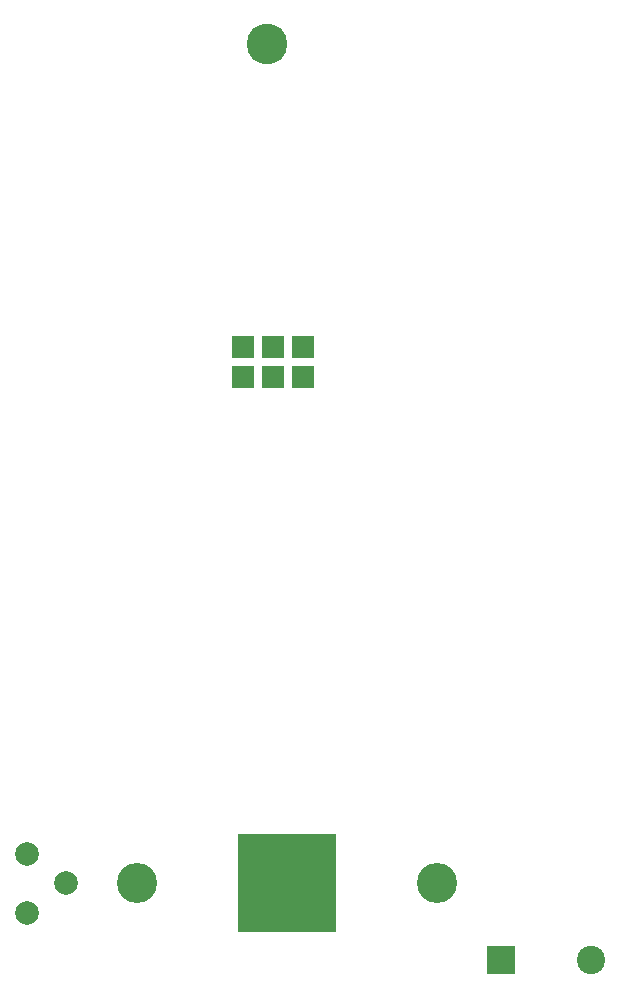
<source format=gbs>
G04 #@! TF.FileFunction,Soldermask,Bot*
%FSLAX46Y46*%
G04 Gerber Fmt 4.6, Leading zero omitted, Abs format (unit mm)*
G04 Created by KiCad (PCBNEW 4.0.5) date 04/19/17 16:41:43*
%MOMM*%
%LPD*%
G01*
G04 APERTURE LIST*
%ADD10C,0.100000*%
%ADD11C,3.400000*%
%ADD12R,8.400000X8.400000*%
%ADD13C,3.448000*%
%ADD14C,2.000000*%
%ADD15R,2.400000X2.400000*%
%ADD16C,2.400000*%
%ADD17R,1.920000X1.920000*%
G04 APERTURE END LIST*
D10*
D11*
X165481000Y-125857000D03*
X140081000Y-125857000D03*
D12*
X152781000Y-125857000D03*
D13*
X151130000Y-54864000D03*
D14*
X130750000Y-123400000D03*
X130750000Y-128400000D03*
X134050000Y-125900000D03*
D15*
X170900000Y-132400000D03*
D16*
X178500000Y-132400000D03*
D17*
X154178000Y-83058000D03*
X154178000Y-80518000D03*
X151638000Y-83058000D03*
X151638000Y-80518000D03*
X149098000Y-83058000D03*
X149098000Y-80518000D03*
M02*

</source>
